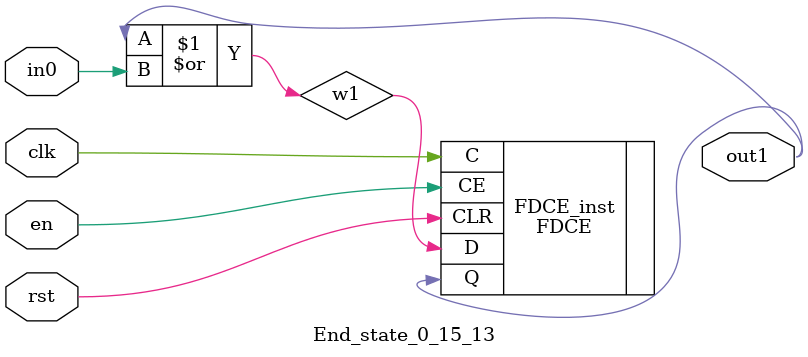
<source format=v>
module engine_0_15(out,clk,sod,en, in_0, in_3, in_7, in_8, in_13, in_36, in_37);
//pcre: /^sin\d+\x3A[^\r\n]*\x3A\d+\x3A\d+\x3A/smi
//block char: ^[9], N[0], I[0], S[0], \d[5], \x3A[8], [^\r\n][2], 

	input clk,sod,en;

	input in_0, in_3, in_7, in_8, in_13, in_36, in_37;
	output out;

	assign w0 = 1'b1;
	state_0_15_1 BlockState_0_15_1 (w1,in_0,clk,en,sod,w0);
	state_0_15_2 BlockState_0_15_2 (w2,in_8,clk,en,sod,w1);
	state_0_15_3 BlockState_0_15_3 (w3,in_7,clk,en,sod,w2);
	state_0_15_4 BlockState_0_15_4 (w4,in_3,clk,en,sod,w3);
	state_0_15_5 BlockState_0_15_5 (w5,in_13,clk,en,sod,w5,w4);
	state_0_15_6 BlockState_0_15_6 (w6,in_36,clk,en,sod,w5);
	state_0_15_7 BlockState_0_15_7 (w7,in_37,clk,en,sod,w7,w6);
	state_0_15_8 BlockState_0_15_8 (w8,in_36,clk,en,sod,w6,w7);
	state_0_15_9 BlockState_0_15_9 (w9,in_13,clk,en,sod,w9,w8);
	state_0_15_10 BlockState_0_15_10 (w10,in_36,clk,en,sod,w9);
	state_0_15_11 BlockState_0_15_11 (w11,in_13,clk,en,sod,w11,w10);
	state_0_15_12 BlockState_0_15_12 (w12,in_36,clk,en,sod,w11);
	End_state_0_15_13 BlockState_0_15_13 (out,clk,en,sod,w12);
endmodule

module state_0_15_1(out1,in_char,clk,en,rst,in0);
	input in_char,clk,en,rst,in0;
	output out1;
	wire w1,w2;
	assign w1 = in0; 
	and(w2,in_char,w1);
	FDCE #(.INIT(1'b0)) FDCE_inst (
		.Q(out1),
		.C(clk),
		.CE(en),
		.CLR(rst),
		.D(w2)
);
endmodule

module state_0_15_2(out1,in_char,clk,en,rst,in0);
	input in_char,clk,en,rst,in0;
	output out1;
	wire w1,w2;
	assign w1 = in0; 
	and(w2,in_char,w1);
	FDCE #(.INIT(1'b0)) FDCE_inst (
		.Q(out1),
		.C(clk),
		.CE(en),
		.CLR(rst),
		.D(w2)
);
endmodule

module state_0_15_3(out1,in_char,clk,en,rst,in0);
	input in_char,clk,en,rst,in0;
	output out1;
	wire w1,w2;
	assign w1 = in0; 
	and(w2,in_char,w1);
	FDCE #(.INIT(1'b0)) FDCE_inst (
		.Q(out1),
		.C(clk),
		.CE(en),
		.CLR(rst),
		.D(w2)
);
endmodule

module state_0_15_4(out1,in_char,clk,en,rst,in0);
	input in_char,clk,en,rst,in0;
	output out1;
	wire w1,w2;
	assign w1 = in0; 
	and(w2,in_char,w1);
	FDCE #(.INIT(1'b0)) FDCE_inst (
		.Q(out1),
		.C(clk),
		.CE(en),
		.CLR(rst),
		.D(w2)
);
endmodule

module state_0_15_5(out1,in_char,clk,en,rst,in0,in1);
	input in_char,clk,en,rst,in0,in1;
	output out1;
	wire w1,w2;
	or(w1,in0,in1);
	and(w2,in_char,w1);
	FDCE #(.INIT(1'b0)) FDCE_inst (
		.Q(out1),
		.C(clk),
		.CE(en),
		.CLR(rst),
		.D(w2)
);
endmodule

module state_0_15_6(out1,in_char,clk,en,rst,in0);
	input in_char,clk,en,rst,in0;
	output out1;
	wire w1,w2;
	assign w1 = in0; 
	and(w2,in_char,w1);
	FDCE #(.INIT(1'b0)) FDCE_inst (
		.Q(out1),
		.C(clk),
		.CE(en),
		.CLR(rst),
		.D(w2)
);
endmodule

module state_0_15_7(out1,in_char,clk,en,rst,in0,in1);
	input in_char,clk,en,rst,in0,in1;
	output out1;
	wire w1,w2;
	or(w1,in0,in1);
	and(w2,in_char,w1);
	FDCE #(.INIT(1'b0)) FDCE_inst (
		.Q(out1),
		.C(clk),
		.CE(en),
		.CLR(rst),
		.D(w2)
);
endmodule

module state_0_15_8(out1,in_char,clk,en,rst,in0,in1);
	input in_char,clk,en,rst,in0,in1;
	output out1;
	wire w1,w2;
	or(w1,in0,in1);
	and(w2,in_char,w1);
	FDCE #(.INIT(1'b0)) FDCE_inst (
		.Q(out1),
		.C(clk),
		.CE(en),
		.CLR(rst),
		.D(w2)
);
endmodule

module state_0_15_9(out1,in_char,clk,en,rst,in0,in1);
	input in_char,clk,en,rst,in0,in1;
	output out1;
	wire w1,w2;
	or(w1,in0,in1);
	and(w2,in_char,w1);
	FDCE #(.INIT(1'b0)) FDCE_inst (
		.Q(out1),
		.C(clk),
		.CE(en),
		.CLR(rst),
		.D(w2)
);
endmodule

module state_0_15_10(out1,in_char,clk,en,rst,in0);
	input in_char,clk,en,rst,in0;
	output out1;
	wire w1,w2;
	assign w1 = in0; 
	and(w2,in_char,w1);
	FDCE #(.INIT(1'b0)) FDCE_inst (
		.Q(out1),
		.C(clk),
		.CE(en),
		.CLR(rst),
		.D(w2)
);
endmodule

module state_0_15_11(out1,in_char,clk,en,rst,in0,in1);
	input in_char,clk,en,rst,in0,in1;
	output out1;
	wire w1,w2;
	or(w1,in0,in1);
	and(w2,in_char,w1);
	FDCE #(.INIT(1'b0)) FDCE_inst (
		.Q(out1),
		.C(clk),
		.CE(en),
		.CLR(rst),
		.D(w2)
);
endmodule

module state_0_15_12(out1,in_char,clk,en,rst,in0);
	input in_char,clk,en,rst,in0;
	output out1;
	wire w1,w2;
	assign w1 = in0; 
	and(w2,in_char,w1);
	FDCE #(.INIT(1'b0)) FDCE_inst (
		.Q(out1),
		.C(clk),
		.CE(en),
		.CLR(rst),
		.D(w2)
);
endmodule

module End_state_0_15_13(out1,clk,en,rst,in0);
	input clk,rst,en,in0;
	output out1;
	wire w1;
	or(w1,out1,in0);
	FDCE #(.INIT(1'b0)) FDCE_inst (
		.Q(out1),
		.C(clk),
		.CE(en),
		.CLR(rst),
		.D(w1)
);
endmodule


</source>
